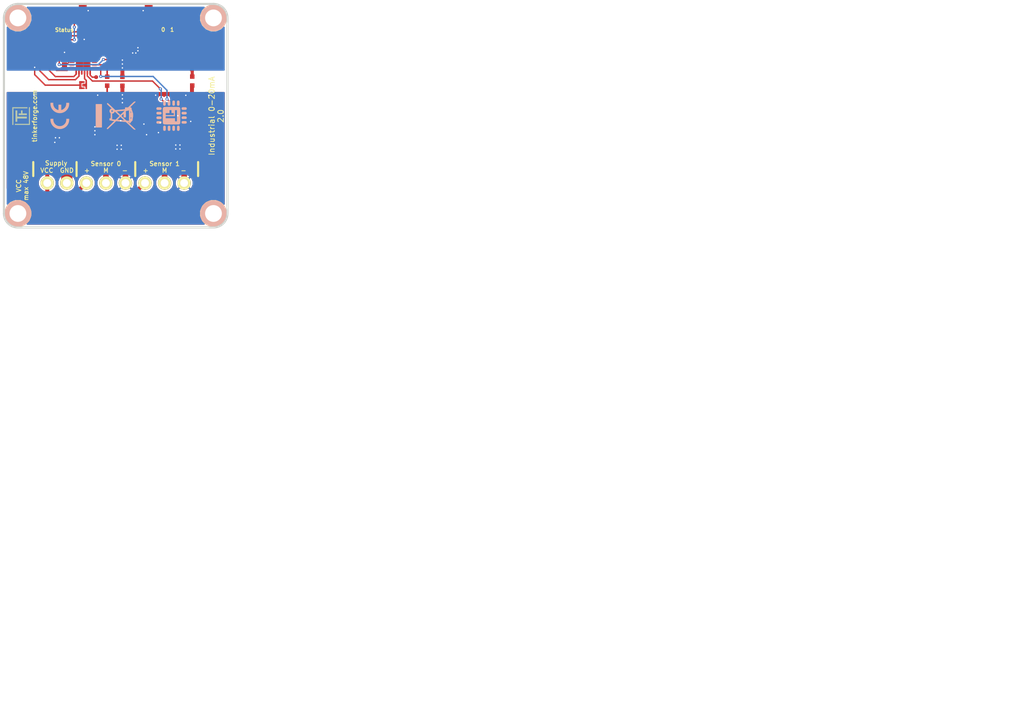
<source format=kicad_pcb>
(kicad_pcb (version 4) (host pcbnew 4.0.7-e2-6376~58~ubuntu17.04.1)
  (title_block (title "Industrial Dual 0-20mA Bricklet") (date 2018-02-22) (rev 2.0) (company "Tinkerforge GmbH") (comment 1 "Licensed under CERN OHL v.1.1") (comment 2 "Copyright (©) 2018, L.Lauer <lukas@tinkerforge.com>"))
  (layers (0 Front signal) (31 Back signal hide) (34 B.Paste user) (35 F.Paste user) (36 B.SilkS user) (37 F.SilkS user) (38 B.Mask user) (39 F.Mask user) (44 Edge.Cuts user))
  (net 0 "")
  (net 1 +3.3VP)
  (net 2 3V3)
  (net 3 AGND)
  (net 4 GND)
  (net 5 MEASURE)
  (net 6 SCL)
  (net 7 SDA)
  (net 8 "Net-(C5-Pad2)")
  (net 9 "Net-(C6-Pad2)")
  (net 10 "Net-(P1-Pad6)")
  (net 11 "Net-(D1-Pad2)")
  (net 12 "Net-(C3-Pad1)")
  (net 13 "Net-(D2-Pad2)")
  (net 14 "Net-(P1-Pad4)")
  (net 15 "Net-(P1-Pad5)")
  (net 16 "Net-(P2-Pad1)")
  (net 17 "Net-(P3-Pad2)")
  (net 18 "Net-(P4-Pad2)")
  (net 19 "Net-(P4-Pad4)")
  (net 20 "Net-(P4-Pad7)")
  (net 21 "Net-(R1-Pad2)")
  (net 22 S-MISO)
  (net 23 S-MOSI)
  (net 24 S-CLK)
  (net 25 S-CS)
  (net 26 "Net-(D3-Pad2)")
  (net 27 "Net-(RP2-Pad5)")
  (net 28 "Net-(RP2-Pad6)")
  (net 29 "Net-(RP2-Pad8)")
  (net 30 "Net-(D4-Pad2)")
  (module kicad-libraries:Logo_31x31 (layer Front) (at 99.3 59.7 90)
    (fp_text reference G*** hide)
    (fp_text value Logo_31x31 hide)
  )
  (module kicad-libraries:Fiducial_Mark (layer Front) (at 136.3 44.05)
    (fp_text reference Fiducial_Mark hide)
    (fp_text value VAL** hide)
    (pad 1 smd circle (at 0 0) (size 1.00076 1.00076) (layers Front F.Paste F.Mask) (clearance 0.65024))
  )
  (module kicad-libraries:Fiducial_Mark (layer Front) (at 99.2 72.05)
    (fp_text reference Fiducial_Mark hide)
    (fp_text value VAL** hide)
    (pad 1 smd circle (at 0 0) (size 1.00076 1.00076) (layers Front F.Paste F.Mask) (clearance 0.65024))
  )
  (module kicad-libraries:CE_5mm (layer Back) (at 107.8 58.05 90)
    (fp_text reference VAL hide)
    (fp_text value CE_5mm hide)
  )
  (module kicad-libraries:WEEE_7mm (layer Back) (at 117.8 58.05 90)
    (fp_text reference VAL hide)
    (fp_text value WEEE_7mm hide)
  )
  (module kicad-libraries:DEBUG_PAD (layer Front) (at 114.3 51.15)
    (fp_text reference P2)
    (fp_text value DEBUG)
    (pad 1 smd circle (at 0 0) (size 0.7 0.7) (layers Front F.Paste F.Mask) (net 16 "Net-(P2-Pad1)"))
  )
  (module kicad-libraries:SolderJumper (layer Front) (at 111.98 52.58)
    (fp_text reference P3)
    (fp_text value BOOT)
    (pad 2 smd rect (at 0.55 0) (size 0.3 1.4) (layers Front F.Mask) (net 17 "Net-(P3-Pad2)"))
    (pad 2 smd rect (at 0.15 0) (size 0.6 0.5) (layers Front F.Mask) (net 17 "Net-(P3-Pad2)"))
    (pad 1 smd rect (at -0.5 0) (size 0.4 1.4) (layers Front F.Mask) (net 4 GND))
    (pad 1 smd rect (at -0.225 0.55) (size 0.95 0.3) (layers Front F.Mask) (net 4 GND))
    (pad 1 smd rect (at -0.225 -0.55) (size 0.95 0.3) (layers Front F.Mask) (net 4 GND))
  )
  (module kicad-libraries:QFN24-4x4mm-0.5mm (layer Front) (at 111.98 48.2 270)
    (fp_text reference U1)
    (fp_text value XMC1XXX24)
    (pad 1 smd oval (at -2.025 -1.25 270) (size 1 0.3) (layers Front F.Paste F.Mask) (net 22 S-MISO))
    (pad 2 smd oval (at -2.025 -0.75 270) (size 1 0.3) (layers Front F.Paste F.Mask))
    (pad 3 smd oval (at -2.025 -0.25 270) (size 1 0.3) (layers Front F.Paste F.Mask))
    (pad 4 smd oval (at -2.025 0.25 270) (size 1 0.3) (layers Front F.Paste F.Mask))
    (pad 5 smd oval (at -2.025 0.75 270) (size 1 0.3) (layers Front F.Paste F.Mask))
    (pad 6 smd oval (at -2.025 1.25 270) (size 1 0.3) (layers Front F.Paste F.Mask))
    (pad 7 smd oval (at -1.25 2.025) (size 1 0.3) (layers Front F.Paste F.Mask))
    (pad 8 smd oval (at -0.75 2.025) (size 1 0.3) (layers Front F.Paste F.Mask))
    (pad 9 smd oval (at -0.25 2.025) (size 1 0.3) (layers Front F.Paste F.Mask) (net 4 GND))
    (pad 10 smd oval (at 0.25 2.025) (size 1 0.3) (layers Front F.Paste F.Mask) (net 2 3V3))
    (pad 11 smd oval (at 0.75 2.025) (size 1 0.3) (layers Front F.Paste F.Mask))
    (pad 12 smd oval (at 1.25 2.025) (size 1 0.3) (layers Front F.Paste F.Mask) (net 27 "Net-(RP2-Pad5)"))
    (pad 13 smd oval (at 2.025 1.25 270) (size 1 0.3) (layers Front F.Paste F.Mask) (net 28 "Net-(RP2-Pad6)"))
    (pad 14 smd oval (at 2.025 0.75 270) (size 1 0.3) (layers Front F.Paste F.Mask) (net 29 "Net-(RP2-Pad8)"))
    (pad 15 smd oval (at 2.025 0.25 270) (size 1 0.3) (layers Front F.Paste F.Mask))
    (pad 16 smd oval (at 2.025 -0.25 270) (size 1 0.3) (layers Front F.Paste F.Mask) (net 17 "Net-(P3-Pad2)"))
    (pad 17 smd oval (at 2.025 -0.75 270) (size 1 0.3) (layers Front F.Paste F.Mask) (net 7 SDA))
    (pad 18 smd oval (at 2.025 -1.25 270) (size 1 0.3) (layers Front F.Paste F.Mask) (net 16 "Net-(P2-Pad1)"))
    (pad 19 smd oval (at 1.25 -2.025) (size 1 0.3) (layers Front F.Paste F.Mask) (net 6 SCL))
    (pad 20 smd oval (at 0.75 -2.025) (size 1 0.3) (layers Front F.Paste F.Mask) (net 21 "Net-(R1-Pad2)"))
    (pad 21 smd oval (at 0.25 -2.025) (size 1 0.3) (layers Front F.Paste F.Mask))
    (pad 22 smd oval (at -0.25 -2.025) (size 1 0.3) (layers Front F.Paste F.Mask) (net 25 S-CS))
    (pad 23 smd oval (at -0.75 -2.025) (size 1 0.3) (layers Front F.Paste F.Mask) (net 24 S-CLK))
    (pad 24 smd oval (at -1.25 -2.025) (size 1 0.3) (layers Front F.Paste F.Mask) (net 23 S-MOSI))
    (pad EXP smd rect (at 0.65 0.65 270) (size 1.3 1.3) (layers Front F.Paste F.Mask) (net 4 GND))
    (pad EXP smd rect (at 0.65 -0.65 270) (size 1.3 1.3) (layers Front F.Paste F.Mask) (net 4 GND))
    (pad EXP smd rect (at -0.65 0.65 270) (size 1.3 1.3) (layers Front F.Paste F.Mask) (net 4 GND))
    (pad EXP smd rect (at -0.65 -0.65 270) (size 1.3 1.3) (layers Front F.Paste F.Mask) (net 4 GND))
  )
  (module kicad-libraries:Logo_CoMCU (layer Back) (at 127.8 58.05 90)
    (fp_text reference G*** hide)
    (fp_text value LOGO hide)
  )
  (module kicad-libraries:C0805 (layer Front) (at 120.1 44.6)
    (fp_text reference C1)
    (fp_text value 10uF)
    (pad 1 smd rect (at -1.00076 0) (size 1.00076 1.24968) (layers Front F.Paste F.Mask) (net 2 3V3) (clearance 0.14986))
    (pad 2 smd rect (at 1.00076 0) (size 1.00076 1.24968) (layers Front F.Paste F.Mask) (net 4 GND) (clearance 0.14986))
  )
  (module kicad-libraries:C0603 (layer Front) (at 132.25 54.475 180)
    (fp_text reference C2)
    (fp_text value 1µF)
    (pad 1 smd rect (at -0.8001 0 180) (size 0.8001 0.8001) (layers Front F.Paste F.Mask) (net 3 AGND))
    (pad 2 smd rect (at 0.8001 0 180) (size 0.8001 0.8001) (layers Front F.Paste F.Mask) (net 1 +3.3VP))
  )
  (module kicad-libraries:C0402E (layer Front) (at 113.45 44.4 180)
    (fp_text reference C3)
    (fp_text value 220pF)
    (pad 1 smd rect (at -0.65 0 180) (size 0.7 0.9) (layers Front F.Paste F.Mask) (net 12 "Net-(C3-Pad1)"))
    (pad 2 smd rect (at 0.65 0 180) (size 0.7 0.9) (layers Front F.Paste F.Mask) (net 4 GND))
  )
  (module kicad-libraries:C0603 (layer Front) (at 130.2 59.9 90)
    (fp_text reference C4)
    (fp_text value 100nF)
    (pad 1 smd rect (at -0.8001 0 90) (size 0.8001 0.8001) (layers Front F.Paste F.Mask) (net 1 +3.3VP))
    (pad 2 smd rect (at 0.8001 0 90) (size 0.8001 0.8001) (layers Front F.Paste F.Mask) (net 3 AGND))
  )
  (module kicad-libraries:C0603 (layer Front) (at 120.25 58.95)
    (fp_text reference C5)
    (fp_text value 100nF)
    (pad 1 smd rect (at -0.8001 0) (size 0.8001 0.8001) (layers Front F.Paste F.Mask) (net 3 AGND))
    (pad 2 smd rect (at 0.8001 0) (size 0.8001 0.8001) (layers Front F.Paste F.Mask) (net 8 "Net-(C5-Pad2)"))
  )
  (module kicad-libraries:C0603 (layer Front) (at 120.35 63.45 90)
    (fp_text reference C6)
    (fp_text value 100nF)
    (pad 1 smd rect (at -0.8001 0 90) (size 0.8001 0.8001) (layers Front F.Paste F.Mask) (net 3 AGND))
    (pad 2 smd rect (at 0.8001 0 90) (size 0.8001 0.8001) (layers Front F.Paste F.Mask) (net 9 "Net-(C6-Pad2)"))
  )
  (module kicad-libraries:C0603F (layer Front) (at 120.3 46.1)
    (fp_text reference C7)
    (fp_text value 1uF)
    (pad 1 smd rect (at -0.75 0) (size 0.9 0.9) (layers Front F.Paste F.Mask) (net 2 3V3))
    (pad 2 smd rect (at 0.75 0) (size 0.9 0.9) (layers Front F.Paste F.Mask) (net 4 GND))
  )
  (module kicad-libraries:C0603F (layer Front) (at 108.64 48.2 90)
    (fp_text reference C8)
    (fp_text value 100nF)
    (pad 1 smd rect (at -0.75 0 90) (size 0.9 0.9) (layers Front F.Paste F.Mask) (net 2 3V3))
    (pad 2 smd rect (at 0.75 0 90) (size 0.9 0.9) (layers Front F.Paste F.Mask) (net 4 GND))
  )
  (module kicad-libraries:MiniMelf (layer Front) (at 111.45 60.75)
    (fp_text reference D1)
    (fp_text value Z12V)
    (pad 2 smd rect (at -1.69926 0) (size 1.19888 1.6002) (layers Front F.Paste F.Mask) (net 11 "Net-(D1-Pad2)"))
    (pad 1 smd rect (at 1.69926 0) (size 1.19888 1.6002) (layers Front F.Paste F.Mask) (net 3 AGND))
  )
  (module kicad-libraries:D0603F (layer Front) (at 109.3 40.6 270)
    (fp_text reference D2)
    (fp_text value blue)
    (pad 1 smd rect (at -0.75 0 270) (size 0.9 0.9) (layers Front F.Paste F.Mask) (net 2 3V3))
    (pad 2 smd rect (at 0.75 0 270) (size 0.9 0.9) (layers Front F.Paste F.Mask) (net 13 "Net-(D2-Pad2)"))
  )
  (module kicad-libraries:D0603F (layer Front) (at 126.3 40.55 270)
    (fp_text reference D3)
    (fp_text value blue)
    (pad 1 smd rect (at -0.75 0 270) (size 0.9 0.9) (layers Front F.Paste F.Mask) (net 2 3V3))
    (pad 2 smd rect (at 0.75 0 270) (size 0.9 0.9) (layers Front F.Paste F.Mask) (net 26 "Net-(D3-Pad2)"))
  )
  (module kicad-libraries:C0603 (layer Front) (at 131.5 51.85 90)
    (fp_text reference FB1)
    (fp_text value FB)
    (pad 1 smd rect (at -0.8001 0 90) (size 0.8001 0.8001) (layers Front F.Paste F.Mask) (net 1 +3.3VP))
    (pad 2 smd rect (at 0.8001 0 90) (size 0.8001 0.8001) (layers Front F.Paste F.Mask) (net 2 3V3))
  )
  (module kicad-libraries:C0603 (layer Front) (at 119 51.9 90)
    (fp_text reference FB2)
    (fp_text value FB)
    (pad 1 smd rect (at -0.8001 0 90) (size 0.8001 0.8001) (layers Front F.Paste F.Mask) (net 3 AGND))
    (pad 2 smd rect (at 0.8001 0 90) (size 0.8001 0.8001) (layers Front F.Paste F.Mask) (net 4 GND))
  )
  (module kicad-libraries:CON-SENSOR2 (layer Front) (at 117.8 38.05 180)
    (fp_text reference P1)
    (fp_text value CON-SENSOR2)
    (pad 1 smd rect (at -3.75 -4.6 180) (size 0.6 1.8) (layers Front F.Paste F.Mask))
    (pad 2 smd rect (at -2.5 -4.6 180) (size 0.6 1.8) (layers Front F.Paste F.Mask) (net 4 GND))
    (pad EP smd rect (at -5.9 -1.2 180) (size 1.4 2.4) (layers Front F.Paste F.Mask) (net 4 GND))
    (pad EP smd rect (at 5.9 -1.2 180) (size 1.4 2.4) (layers Front F.Paste F.Mask) (net 4 GND))
    (pad 3 smd rect (at -1.25 -4.6 180) (size 0.6 1.8) (layers Front F.Paste F.Mask) (net 2 3V3))
    (pad 4 smd rect (at 0 -4.6 180) (size 0.6 1.8) (layers Front F.Paste F.Mask) (net 14 "Net-(P1-Pad4)"))
    (pad 5 smd rect (at 1.25 -4.6 180) (size 0.6 1.8) (layers Front F.Paste F.Mask) (net 15 "Net-(P1-Pad5)"))
    (pad 6 smd rect (at 2.5 -4.6 180) (size 0.6 1.8) (layers Front F.Paste F.Mask) (net 10 "Net-(P1-Pad6)"))
    (pad 7 smd rect (at 3.75 -4.6 180) (size 0.6 1.8) (layers Front F.Paste F.Mask) (net 12 "Net-(C3-Pad1)"))
  )
  (module kicad-libraries:OQ_8P (layer Front) (at 117.8 70.1)
    (fp_text reference P4)
    (fp_text value P-PWR-8GN)
    (pad 2 thru_hole circle (at -8.7503 0) (size 2.4003 2.4003) (drill 1.39954) (layers *.Cu *.Mask F.SilkS) (net 18 "Net-(P4-Pad2)"))
    (pad 3 thru_hole circle (at -5.25018 0) (size 2.4003 2.4003) (drill 1.39954) (layers *.Cu *.Mask F.SilkS) (net 5 MEASURE))
    (pad 4 thru_hole circle (at -1.75006 0) (size 2.4003 2.4003) (drill 1.39954) (layers *.Cu *.Mask F.SilkS) (net 19 "Net-(P4-Pad4)"))
    (pad 1 thru_hole circle (at -12.25042 0) (size 2.4003 2.4003) (drill 1.39954) (layers *.Cu *.Mask F.SilkS) (net 5 MEASURE))
    (pad 5 thru_hole circle (at 1.75006 0) (size 2.4003 2.4003) (drill 1.39954) (layers *.Cu *.Mask F.SilkS) (net 3 AGND))
    (pad 6 thru_hole circle (at 5.25018 0) (size 2.4003 2.4003) (drill 1.39954) (layers *.Cu *.Mask F.SilkS) (net 5 MEASURE))
    (pad 7 thru_hole circle (at 8.7503 0) (size 2.4003 2.4003) (drill 1.39954) (layers *.Cu *.Mask F.SilkS) (net 20 "Net-(P4-Pad7)"))
    (pad 8 thru_hole circle (at 12.25042 0) (size 2.4003 2.4003) (drill 1.39954) (layers *.Cu *.Mask F.SilkS) (net 3 AGND))
  )
  (module kicad-libraries:SOT23GDS (layer Front) (at 108.60024 63.84544)
    (fp_text reference Q1)
    (fp_text value FDN5630)
    (pad S smd rect (at -0.889 -1.016) (size 0.9144 0.9144) (layers Front F.Paste F.Mask) (net 3 AGND))
    (pad G smd rect (at 0.889 -1.016) (size 0.9144 0.9144) (layers Front F.Paste F.Mask) (net 11 "Net-(D1-Pad2)"))
    (pad D smd rect (at 0 1.016) (size 0.9144 0.9144) (layers Front F.Paste F.Mask) (net 18 "Net-(P4-Pad2)"))
  )
  (module kicad-libraries:R0603 (layer Front) (at 117.075 48.975 180)
    (fp_text reference R1)
    (fp_text value 1k)
    (pad 1 smd rect (at -0.8001 0 180) (size 0.8001 0.8001) (layers Front F.Paste F.Mask) (net 4 GND))
    (pad 2 smd rect (at 0.8001 0 180) (size 0.8001 0.8001) (layers Front F.Paste F.Mask) (net 21 "Net-(R1-Pad2)"))
  )
  (module kicad-libraries:R0603 (layer Front) (at 116.275 51.875 90)
    (fp_text reference R2)
    (fp_text value 6k8)
    (pad 1 smd rect (at -0.8001 0 90) (size 0.8001 0.8001) (layers Front F.Paste F.Mask) (net 5 MEASURE))
    (pad 2 smd rect (at 0.8001 0 90) (size 0.8001 0.8001) (layers Front F.Paste F.Mask) (net 21 "Net-(R1-Pad2)"))
  )
  (module kicad-libraries:R0603 (layer Front) (at 120.25122 60.39866 180)
    (fp_text reference R4)
    (fp_text value 1k)
    (pad 1 smd rect (at -0.8001 0 180) (size 0.8001 0.8001) (layers Front F.Paste F.Mask) (net 8 "Net-(C5-Pad2)"))
    (pad 2 smd rect (at 0.8001 0 180) (size 0.8001 0.8001) (layers Front F.Paste F.Mask) (net 19 "Net-(P4-Pad4)"))
  )
  (module kicad-libraries:R0603 (layer Front) (at 121.80062 63.4492 270)
    (fp_text reference R5)
    (fp_text value 1k)
    (pad 1 smd rect (at -0.8001 0 270) (size 0.8001 0.8001) (layers Front F.Paste F.Mask) (net 9 "Net-(C6-Pad2)"))
    (pad 2 smd rect (at 0.8001 0 270) (size 0.8001 0.8001) (layers Front F.Paste F.Mask) (net 20 "Net-(P4-Pad7)"))
  )
  (module kicad-libraries:R0805 (layer Front) (at 128.30048 65.0494)
    (fp_text reference R6)
    (fp_text value 91/25ppm)
    (pad 1 smd rect (at -1.00076 0) (size 1.00076 1.24968) (layers Front F.Paste F.Mask) (net 20 "Net-(P4-Pad7)") (clearance 0.14986))
    (pad 2 smd rect (at 1.00076 0) (size 1.00076 1.24968) (layers Front F.Paste F.Mask) (net 3 AGND) (clearance 0.14986))
  )
  (module kicad-libraries:R0805 (layer Front) (at 117.80012 65.0494)
    (fp_text reference R7)
    (fp_text value 91/25ppm)
    (pad 1 smd rect (at -1.00076 0) (size 1.00076 1.24968) (layers Front F.Paste F.Mask) (net 19 "Net-(P4-Pad4)") (clearance 0.14986))
    (pad 2 smd rect (at 1.00076 0) (size 1.00076 1.24968) (layers Front F.Paste F.Mask) (net 3 AGND) (clearance 0.14986))
  )
  (module kicad-libraries:R0603 (layer Front) (at 107 60.75)
    (fp_text reference R8)
    (fp_text value 100k)
    (pad 1 smd rect (at -0.8001 0) (size 0.8001 0.8001) (layers Front F.Paste F.Mask) (net 5 MEASURE))
    (pad 2 smd rect (at 0.8001 0) (size 0.8001 0.8001) (layers Front F.Paste F.Mask) (net 11 "Net-(D1-Pad2)"))
  )
  (module kicad-libraries:4X0402 (layer Front) (at 115.75 44.95 180)
    (fp_text reference RP1)
    (fp_text value 82)
    (pad 1 smd rect (at -0.7493 0.575) (size 0.29972 0.65) (layers Front F.Paste F.Mask) (net 14 "Net-(P1-Pad4)"))
    (pad 2 smd rect (at -0.24892 0.575) (size 0.29972 0.65) (layers Front F.Paste F.Mask) (net 15 "Net-(P1-Pad5)"))
    (pad 3 smd rect (at 0.24892 0.575) (size 0.29972 0.65) (layers Front F.Paste F.Mask) (net 10 "Net-(P1-Pad6)"))
    (pad 4 smd rect (at 0.7493 0.575) (size 0.29972 0.65) (layers Front F.Paste F.Mask) (net 12 "Net-(C3-Pad1)"))
    (pad 5 smd rect (at 0.7493 -0.575 180) (size 0.29972 0.65) (layers Front F.Paste F.Mask) (net 22 S-MISO))
    (pad 6 smd rect (at 0.24892 -0.575 180) (size 0.29972 0.65) (layers Front F.Paste F.Mask) (net 23 S-MOSI))
    (pad 7 smd rect (at -0.24892 -0.575 180) (size 0.29972 0.65) (layers Front F.Paste F.Mask) (net 24 S-CLK))
    (pad 8 smd rect (at -0.7493 -0.575 180) (size 0.29972 0.65) (layers Front F.Paste F.Mask) (net 25 S-CS))
  )
  (module kicad-libraries:4X0603 (layer Front) (at 105.4 47.3)
    (fp_text reference RP2)
    (fp_text value 1k)
    (pad 1 smd rect (at -1.19888 -0.8509) (size 0.44958 0.89916) (layers Front F.Paste F.Mask) (net 13 "Net-(D2-Pad2)"))
    (pad 2 smd rect (at -0.39878 -0.8509) (size 0.44958 0.89916) (layers Front F.Paste F.Mask))
    (pad 3 smd rect (at 0.39878 -0.8509) (size 0.44958 0.89916) (layers Front F.Paste F.Mask) (net 26 "Net-(D3-Pad2)"))
    (pad 4 smd rect (at 1.19888 -0.8509) (size 0.44958 0.89916) (layers Front F.Paste F.Mask) (net 30 "Net-(D4-Pad2)"))
    (pad 5 smd rect (at 1.19888 0.8509) (size 0.44958 0.89916) (layers Front F.Paste F.Mask) (net 27 "Net-(RP2-Pad5)"))
    (pad 6 smd rect (at 0.39878 0.8509) (size 0.44958 0.89916) (layers Front F.Paste F.Mask) (net 28 "Net-(RP2-Pad6)"))
    (pad 7 smd rect (at -0.39878 0.8509) (size 0.44958 0.89916) (layers Front F.Paste F.Mask))
    (pad 8 smd rect (at -1.19888 0.8509) (size 0.44958 0.89916) (layers Front F.Paste F.Mask) (net 29 "Net-(RP2-Pad8)"))
  )
  (module kicad-libraries:MSOP10-0.5 (layer Front) (at 126.45 59.825 270)
    (fp_text reference U3)
    (fp_text value MCP3423)
    (pad 1 smd rect (at -1.016 2.2225 270) (size 0.26924 1.00076) (layers Front F.Paste F.Mask) (net 8 "Net-(C5-Pad2)"))
    (pad 2 smd rect (at -0.508 2.2225 270) (size 0.26924 1.00076) (layers Front F.Paste F.Mask) (net 3 AGND))
    (pad 3 smd rect (at 0 2.2225 270) (size 0.26924 1.00076) (layers Front F.Paste F.Mask) (net 3 AGND))
    (pad 4 smd rect (at 0.508 2.2225 270) (size 0.26924 1.00076) (layers Front F.Paste F.Mask) (net 9 "Net-(C6-Pad2)"))
    (pad 5 smd rect (at 1.016 2.2225 270) (size 0.26924 1.00076) (layers Front F.Paste F.Mask) (net 3 AGND))
    (pad 6 smd rect (at 1.016 -2.2225 270) (size 0.26924 1.00076) (layers Front F.Paste F.Mask) (net 1 +3.3VP))
    (pad 7 smd rect (at 0.508 -2.2225 270) (size 0.26924 1.00076) (layers Front F.Paste F.Mask) (net 7 SDA))
    (pad 8 smd rect (at 0 -2.2225 270) (size 0.26924 1.00076) (layers Front F.Paste F.Mask) (net 6 SCL))
    (pad 9 smd rect (at -0.508 -2.2225 270) (size 0.26924 1.00076) (layers Front F.Paste F.Mask) (net 3 AGND))
    (pad 10 smd rect (at -1.016 -2.2225 270) (size 0.26924 1.00076) (layers Front F.Paste F.Mask))
  )
  (module kicad-libraries:DRILL_NP (layer Front) (at 100.3 75.55)
    (fp_text reference U4 hide)
    (fp_text value DRILL hide)
    (pad "" np_thru_hole circle (at 0 0) (size 2.99974 2.99974) (drill 2.99974) (layers *.Cu *.Mask F.SilkS) (clearance 0.89916))
  )
  (module kicad-libraries:DRILL_NP (layer Front) (at 135.3 75.55)
    (fp_text reference U5 hide)
    (fp_text value DRILL hide)
    (pad "" np_thru_hole circle (at 0 0) (size 2.99974 2.99974) (drill 2.99974) (layers *.Cu *.Mask F.SilkS) (clearance 0.89916))
  )
  (module kicad-libraries:DRILL_NP (layer Front) (at 135.3 40.55)
    (fp_text reference U6 hide)
    (fp_text value DRILL hide)
    (pad "" np_thru_hole circle (at 0 0) (size 2.99974 2.99974) (drill 2.99974) (layers *.Cu *.Mask F.SilkS) (clearance 0.89916))
  )
  (module kicad-libraries:DRILL_NP (layer Front) (at 100.3 40.55)
    (fp_text reference U7 hide)
    (fp_text value DRILL hide)
    (pad "" np_thru_hole circle (at 0 0) (size 2.99974 2.99974) (drill 2.99974) (layers *.Cu *.Mask F.SilkS) (clearance 0.89916))
  )
  (module kicad-libraries:D0603F (layer Front) (at 127.9 40.55 270)
    (fp_text reference D4)
    (fp_text value blue)
    (pad 1 smd rect (at -0.75 0 270) (size 0.9 0.9) (layers Front F.Paste F.Mask) (net 2 3V3))
    (pad 2 smd rect (at 0.75 0 270) (size 0.9 0.9) (layers Front F.Paste F.Mask) (net 30 "Net-(D4-Pad2)"))
  )
  (gr_text 1 (at 127.9 42.65) (layer F.SilkS) (effects (font (size 0.7 0.7))))
  (gr_text 0 (at 126.3 42.65) (layer F.SilkS) (effects (font (size 0.7 0.7))))
  (gr_text Status (at 108.6 42.7) (layer F.SilkS) (effects (font (size 0.7 0.7))))
  (gr_text "+    M    -" (at 126.55042 67.84848) (layer F.SilkS) (effects (font (size 0.8001 0.8001) (thickness 0.14986))))
  (gr_text "+    M    -" (at 116.05006 67.84848) (layer F.SilkS) (effects (font (size 0.8001 0.8001) (thickness 0.14986))))
  (gr_text "VCC  GND" (at 107.29976 67.84848) (layer F.SilkS) (effects (font (size 0.8001 0.8001) (thickness 0.14986))))
  (gr_text "Sensor 1" (at 126.55042 66.6496) (layer F.SilkS) (effects (font (size 0.8001 0.8001) (thickness 0.14986))))
  (gr_text "Sensor 0" (at 116.05006 66.6496) (layer F.SilkS) (effects (font (size 0.8001 0.8001) (thickness 0.14986))))
  (gr_text Supply (at 107.1499 66.548) (layer F.SilkS) (effects (font (size 0.8001 0.8001) (thickness 0.14986))))
  (gr_line (start 132.5499 68.84924) (end 132.5499 66.34988) (angle 90) (layer F.SilkS) (width 0.381))
  (gr_line (start 121.30024 68.84924) (end 121.30024 66.34988) (angle 90) (layer F.SilkS) (width 0.381))
  (gr_line (start 110.79988 68.84924) (end 110.79988 66.34988) (angle 90) (layer F.SilkS) (width 0.381))
  (gr_line (start 103.05034 68.84924) (end 103.05034 66.34988) (angle 90) (layer F.SilkS) (width 0.381))
  (gr_text "VCC\nmax 48V" (at 101.1 70.6 90) (layer F.SilkS) (effects (font (size 0.8001 0.8001) (thickness 0.14986))))
  (gr_text tinkerforge.com (at 103.3 58.1 90) (layer F.SilkS) (effects (font (size 0.8001 0.8001) (thickness 0.14986))))
  (gr_text "Industrial 0-20mA\n2.0\n" (at 135.8 58.1 90) (layer F.SilkS) (effects (font (size 1 1))))
  (gr_arc (start 100.29952 40.5511) (end 97.80016 40.5511) (angle 90) (layer Edge.Cuts) (width 0.381))
  (gr_arc (start 100.29952 75.54976) (end 100.29952 78.04912) (angle 90) (layer Edge.Cuts) (width 0.381))
  (gr_arc (start 135.29818 75.54976) (end 137.80008 75.54976) (angle 90) (layer Edge.Cuts) (width 0.381))
  (gr_arc (start 135.29818 40.5511) (end 135.29818 38.0492) (angle 90) (layer Edge.Cuts) (width 0.381))
  (gr_line (start 97.80016 40.5511) (end 97.80016 75.54976) (angle 90) (layer Edge.Cuts) (width 0.381))
  (gr_line (start 135.30072 38.0492) (end 100.29952 38.0492) (angle 90) (layer Edge.Cuts) (width 0.381))
  (gr_line (start 137.80262 75.54976) (end 137.80262 40.5511) (angle 90) (layer Edge.Cuts) (width 0.381))
  (gr_line (start 100.29952 78.04912) (end 135.30072 78.04912) (angle 90) (layer Edge.Cuts) (width 0.381))
  (segment (start 131.4499 54.475) (end 131.4499 52.6502) (width 0.70104) (layer Front) (net 1))
  (segment (start 128.6725 60.841) (end 130.0591 60.841) (width 0.29972) (layer Front) (net 1))
  (segment (start 130.2 60.7001) (end 131.3749 60.7001) (width 0.29972) (layer Front) (net 1))
  (segment (start 130.0591 60.841) (end 130.2 60.7001) (width 0.29972) (layer Front) (net 1))
  (segment (start 131.3749 60.7001) (end 132.025 60.05) (width 0.29972) (layer Front) (net 1))
  (segment (start 132.025 60.05) (end 132.025 56.25) (width 0.29972) (layer Front) (net 1))
  (segment (start 132.025 56.25) (end 131.475 55.7) (width 0.29972) (layer Front) (net 1))
  (segment (start 131.4499 52.6502) (end 131.475 52.6251) (width 0.70104) (layer Front) (net 1))
  (segment (start 131.475 55.7) (end 131.475 52.6251) (width 0.29972) (layer Front) (net 1))
  (segment (start 107.7 46.3) (end 109.55 44.45) (width 0.25) (layer Front) (net 2))
  (segment (start 110.4 44.45) (end 110.4 42.2) (width 0.25) (layer Back) (net 2))
  (via (at 110.4 44.45) (size 0.55) (drill 0.25) (layers Front Back) (net 2))
  (segment (start 109.55 44.45) (end 110.4 44.45) (width 0.25) (layer Front) (net 2))
  (segment (start 126.3 39.8) (end 127.9 39.8) (width 0.25) (layer Front) (net 2))
  (segment (start 130.5 41.55) (end 128.75 39.8) (width 0.25) (layer Front) (net 2))
  (segment (start 128.75 39.8) (end 127.9 39.8) (width 0.25) (layer Front) (net 2))
  (segment (start 129.09 47.62) (end 130.5 46.21) (width 0.25) (layer Front) (net 2))
  (segment (start 130.5 46.21) (end 130.5 41.55) (width 0.25) (layer Front) (net 2))
  (segment (start 109.3 39.85) (end 110.25 39.85) (width 0.25) (layer Front) (net 2))
  (segment (start 107.7 46.3) (end 107.7 48.9) (width 0.25) (layer Front) (net 2))
  (via (at 110.4 42.2) (size 0.55) (drill 0.25) (layers Front Back) (net 2))
  (segment (start 110.4 40) (end 110.4 42.2) (width 0.25) (layer Front) (net 2))
  (segment (start 110.25 39.85) (end 110.4 40) (width 0.25) (layer Front) (net 2))
  (segment (start 119.55 46.1) (end 118.5 46.1) (width 0.25) (layer Front) (net 2))
  (segment (start 107.75 48.95) (end 108.64 48.95) (width 0.25) (layer Front) (net 2))
  (segment (start 107.7 48.9) (end 107.75 48.95) (width 0.25) (layer Front) (net 2))
  (via (at 107.7 48.9) (size 0.55) (drill 0.25) (layers Front Back) (net 2))
  (segment (start 114.7 48.9) (end 107.7 48.9) (width 0.25) (layer Back) (net 2))
  (segment (start 115.6 48) (end 114.7 48.9) (width 0.25) (layer Back) (net 2))
  (via (at 115.6 48) (size 0.55) (drill 0.25) (layers Front Back) (net 2))
  (segment (start 116.6 48) (end 115.6 48) (width 0.25) (layer Front) (net 2))
  (segment (start 118.5 46.1) (end 116.6 48) (width 0.25) (layer Front) (net 2))
  (segment (start 131.5 51.0499) (end 131.5 50.03) (width 0.55) (layer Front) (net 2))
  (segment (start 119.55 47.03) (end 119.55 46.1) (width 0.55) (layer Front) (net 2))
  (segment (start 120.14 47.62) (end 119.55 47.03) (width 0.55) (layer Front) (net 2))
  (segment (start 129.09 47.62) (end 126.28 47.62) (width 0.55) (layer Front) (net 2))
  (segment (start 126.28 47.62) (end 120.14 47.62) (width 0.55) (layer Front) (net 2))
  (segment (start 131.5 50.03) (end 129.09 47.62) (width 0.55) (layer Front) (net 2))
  (segment (start 109.955 48.45) (end 109.45 48.45) (width 0.2) (layer Front) (net 2))
  (segment (start 109.45 48.45) (end 108.95 48.95) (width 0.2) (layer Front) (net 2))
  (segment (start 108.95 48.95) (end 108.64 48.95) (width 0.2) (layer Front) (net 2))
  (segment (start 119.09924 44.6) (end 119.09924 45.04924) (width 0.5) (layer Front) (net 2))
  (segment (start 119.09924 45.04924) (end 119.55 45.5) (width 0.5) (layer Front) (net 2))
  (segment (start 119.55 45.5) (end 119.55 46.1) (width 0.5) (layer Front) (net 2))
  (segment (start 119.05 42.65) (end 119.05 44.55076) (width 0.5) (layer Front) (net 2))
  (segment (start 119.05 44.55076) (end 119.09924 44.6) (width 0.5) (layer Front) (net 2))
  (segment (start 128.925 58.05) (end 130.8 58.05) (width 0.14986) (layer Front) (net 3))
  (segment (start 131.2001 59.0999) (end 131.225 59.075) (width 0.29972) (layer Front) (net 3))
  (via (at 131.225 59.075) (size 0.70104) (layers Front Back) (net 3))
  (segment (start 131.2001 59.0999) (end 130.2 59.0999) (width 0.29972) (layer Front) (net 3))
  (segment (start 131.225 58.475) (end 131.225 59.075) (width 0.14986) (layer Front) (net 3))
  (segment (start 130.8 58.05) (end 131.225 58.475) (width 0.14986) (layer Front) (net 3))
  (segment (start 128.6725 58.3025) (end 128.925 58.05) (width 0.29972) (layer Front) (net 3))
  (via (at 128.925 58.05) (size 0.70104) (layers Front Back) (net 3))
  (segment (start 119.4499 58.95) (end 118.7 58.95) (width 0.70104) (layer Front) (net 3))
  (segment (start 118.8 63.35) (end 118.8 59.05) (width 0.50038) (layer Back) (net 3))
  (via (at 118.8 63.35) (size 0.70104) (layers Front Back) (net 3))
  (segment (start 118.8 59.05) (end 118.7 58.95) (width 0.50038) (layer Back) (net 3))
  (segment (start 118.7 58.95) (end 115.175 58.95) (width 0.29972) (layer Back) (net 3))
  (segment (start 123.325 61.45) (end 121.2 61.45) (width 0.29972) (layer Back) (net 3))
  (segment (start 121.2 61.45) (end 118.7 58.95) (width 0.29972) (layer Back) (net 3))
  (via (at 123.325 61.45) (size 0.70104) (layers Front Back) (net 3))
  (via (at 118.7 58.95) (size 0.70104) (layers Front Back) (net 3))
  (via (at 114.075 60.05) (size 0.70104) (layers Front Back) (net 3))
  (segment (start 115.175 58.95) (end 114.075 60.05) (width 0.29972) (layer Back) (net 3))
  (segment (start 114.075 60.05) (end 114.075 60.75) (width 0.70104) (layer Front) (net 3))
  (segment (start 134.45 54.4) (end 133.1251 54.4) (width 0.70104) (layer Front) (net 3))
  (via (at 134.45 54.4) (size 0.70104) (layers Front Back) (net 3))
  (segment (start 130.35 54.4) (end 134.45 54.4) (width 0.29972) (layer Back) (net 3))
  (segment (start 133.1251 54.4) (end 133.0501 54.475) (width 0.70104) (layer Front) (net 3))
  (segment (start 122.85 59.55) (end 127.425 59.55) (width 0.50038) (layer Back) (net 3))
  (segment (start 123.083 59.317) (end 122.85 59.55) (width 0.29972) (layer Front) (net 3))
  (via (at 122.85 59.55) (size 0.70104) (layers Front Back) (net 3))
  (segment (start 124.2275 59.317) (end 123.083 59.317) (width 0.29972) (layer Front) (net 3))
  (segment (start 127.425 59.55) (end 128.925 58.05) (width 0.50038) (layer Back) (net 3))
  (segment (start 118.80088 63.35088) (end 118.8 63.35) (width 0.70104) (layer Front) (net 3))
  (segment (start 118.80088 64.04864) (end 118.80088 63.35088) (width 0.70104) (layer Front) (net 3))
  (segment (start 106.9 62.825) (end 112.7 62.825) (width 0.50038) (layer Back) (net 3))
  (via (at 114.075 61.45) (size 0.70104) (layers Front Back) (net 3))
  (segment (start 114.075 60.75) (end 114.075 61.45) (width 0.70104) (layer Front) (net 3))
  (via (at 114.075 60.75) (size 0.70104) (layers Front Back) (net 3))
  (segment (start 106.90444 62.82944) (end 106.9 62.825) (width 0.70104) (layer Front) (net 3))
  (via (at 106.9 62.825) (size 0.70104) (layers Front Back) (net 3))
  (segment (start 106.90444 62.82944) (end 107.71124 62.82944) (width 0.70104) (layer Front) (net 3))
  (segment (start 112.7 62.825) (end 114.075 61.45) (width 0.50038) (layer Back) (net 3))
  (segment (start 107.025 62) (end 107.725 62) (width 0.70104) (layer Front) (net 3))
  (via (at 107.025 62) (size 0.70104) (layers Front Back) (net 3))
  (segment (start 107.71124 62.01376) (end 107.71124 62.82944) (width 0.70104) (layer Front) (net 3))
  (via (at 107.725 62) (size 0.70104) (layers Front Back) (net 3))
  (segment (start 107.71124 62.01376) (end 107.725 62) (width 0.70104) (layer Front) (net 3))
  (segment (start 130.35 54.4) (end 130.35 56.625) (width 0.29972) (layer Back) (net 3))
  (segment (start 130.35 56.625) (end 128.925 58.05) (width 0.29972) (layer Back) (net 3))
  (segment (start 128.55 63.3) (end 128.55 58.425) (width 0.29972) (layer Back) (net 3))
  (segment (start 128.5494 63.3006) (end 128.55 63.3) (width 0.70104) (layer Front) (net 3))
  (via (at 128.55 63.3) (size 0.70104) (layers Front Back) (net 3))
  (via (at 128.5494 64.00038) (size 0.70104) (layers Front Back) (net 3))
  (segment (start 128.5494 64.00038) (end 129.30124 64.00038) (width 0.70104) (layer Front) (net 3))
  (segment (start 128.5494 64.00038) (end 128.5494 63.3006) (width 0.70104) (layer Front) (net 3))
  (segment (start 128.55 58.425) (end 128.925 58.05) (width 0.29972) (layer Back) (net 3))
  (segment (start 124.2275 60.841) (end 123.934 60.841) (width 0.29972) (layer Front) (net 3))
  (segment (start 123.934 60.841) (end 123.325 61.45) (width 0.29972) (layer Front) (net 3))
  (segment (start 130.325 54.375) (end 130.35 54.4) (width 0.29972) (layer Front) (net 3))
  (via (at 130.35 54.4) (size 0.70104) (layers Front Back) (net 3))
  (segment (start 124.9 54.325) (end 119 54.325) (width 0.29972) (layer Front) (net 3))
  (via (at 124.95 54.375) (size 0.70104) (layers Front Back) (net 3))
  (segment (start 124.9 54.325) (end 124.95 54.375) (width 0.29972) (layer Front) (net 3))
  (segment (start 124.95 54.375) (end 130.325 54.375) (width 0.29972) (layer Front) (net 3))
  (segment (start 114.575 54.375) (end 103.2 54.375) (width 0.29972) (layer Back) (net 3))
  (segment (start 114.625 54.325) (end 114.575 54.375) (width 0.29972) (layer Back) (net 3))
  (via (at 114.575 54.375) (size 0.70104) (layers Front Back) (net 3))
  (via (at 119 54.325) (size 0.70104) (layers Front Back) (net 3))
  (segment (start 119 54.325) (end 114.625 54.325) (width 0.29972) (layer Back) (net 3))
  (via (at 103.175 54.4) (size 0.70104) (layers Front Back) (net 3))
  (segment (start 103.2 54.375) (end 103.175 54.4) (width 0.29972) (layer Back) (net 3))
  (segment (start 129.30124 64.00038) (end 129.30124 63.30124) (width 0.70104) (layer Front) (net 3))
  (segment (start 129.30124 63.30124) (end 129.3 63.3) (width 0.70104) (layer Front) (net 3))
  (via (at 129.3 63.3) (size 0.70104) (layers Front Back) (net 3))
  (segment (start 129.30124 65.0494) (end 129.30124 64.00038) (width 0.70104) (layer Front) (net 3))
  (via (at 129.30124 64.00038) (size 0.70104) (layers Front Back) (net 3))
  (segment (start 129.30124 64.00038) (end 129.30086 64) (width 0.70104) (layer Back) (net 3))
  (segment (start 129.30086 64) (end 129.3 64) (width 0.70104) (layer Back) (net 3))
  (segment (start 118.04904 64.04864) (end 118.04904 63.35096) (width 0.70104) (layer Front) (net 3))
  (segment (start 118.80088 64.04864) (end 118.04904 64.04864) (width 0.70104) (layer Front) (net 3))
  (via (at 118.04904 64.04864) (size 0.70104) (layers Front Back) (net 3))
  (via (at 118.05 63.35) (size 0.70104) (layers Front Back) (net 3))
  (segment (start 118.04904 63.35096) (end 118.05 63.35) (width 0.70104) (layer Front) (net 3))
  (segment (start 118.80088 65.0494) (end 118.80088 64.04864) (width 0.70104) (layer Front) (net 3))
  (via (at 118.80088 64.04864) (size 0.70104) (layers Front Back) (net 3))
  (segment (start 118.8 64.04952) (end 118.8 64.05) (width 0.70104) (layer Back) (net 3))
  (segment (start 118.80088 64.04864) (end 118.8 64.04952) (width 0.70104) (layer Back) (net 3))
  (segment (start 119 55.725) (end 119 55.025) (width 0.70104) (layer Front) (net 3))
  (via (at 119 55.025) (size 0.70104) (layers Front Back) (net 3))
  (segment (start 119 55.025) (end 119 54.325) (width 0.70104) (layer Front) (net 3))
  (via (at 119 55.725) (size 0.70104) (layers Front Back) (net 3))
  (segment (start 124.2275 59.825) (end 124.2275 59.317) (width 0.29972) (layer Front) (net 3))
  (segment (start 124.2275 60.841) (end 125.216 60.841) (width 0.29972) (layer Front) (net 3))
  (via (at 125.45 61.075) (size 0.70104) (layers Front Back) (net 3))
  (segment (start 125.216 60.841) (end 125.45 61.075) (width 0.29972) (layer Front) (net 3))
  (segment (start 124.2275 59.317) (end 125.767 59.317) (width 0.29972) (layer Front) (net 3))
  (via (at 125.775 59.325) (size 0.70104) (layers Front Back) (net 3))
  (segment (start 125.767 59.317) (end 125.775 59.325) (width 0.29972) (layer Front) (net 3))
  (segment (start 128.6725 59.317) (end 129.9829 59.317) (width 0.29972) (layer Front) (net 3))
  (segment (start 120.35028 64.2493) (end 119.60098 64.2493) (width 0.70104) (layer Front) (net 3))
  (segment (start 130.05054 70.05066) (end 130.05054 65.7987) (width 1.00076) (layer Front) (net 3))
  (segment (start 119.55018 70.05066) (end 119.55018 65.7987) (width 1.00076) (layer Front) (net 3))
  (segment (start 130.05054 65.7987) (end 129.30124 65.0494) (width 1.00076) (layer Front) (net 3))
  (segment (start 119.55018 65.7987) (end 118.80088 65.0494) (width 1.00076) (layer Front) (net 3))
  (segment (start 119.60098 64.2493) (end 118.80088 65.0494) (width 0.70104) (layer Front) (net 3))
  (segment (start 129.9829 59.317) (end 130.2 59.0999) (width 0.29972) (layer Front) (net 3))
  (segment (start 119 54.325) (end 119 52.6751) (width 0.70104) (layer Front) (net 3))
  (segment (start 114.075 60.75) (end 113.12426 60.75) (width 0.70104) (layer Front) (net 3))
  (segment (start 111.48 52.58) (end 105.18 52.58) (width 0.25) (layer Front) (net 4))
  (via (at 103.3 49.4) (size 0.55) (drill 0.25) (layers Front Back) (net 4))
  (segment (start 103.3 50.7) (end 103.3 49.4) (width 0.25) (layer Front) (net 4))
  (segment (start 105.18 52.58) (end 103.3 50.7) (width 0.25) (layer Front) (net 4))
  (segment (start 111.48 52.58) (end 111.48 52.16) (width 0.25) (layer Front) (net 4))
  (segment (start 111.48 52.16) (end 111.6 52.04) (width 0.25) (layer Front) (net 4))
  (segment (start 111.6 52.04) (end 111.93 52.04) (width 0.25) (layer Front) (net 4))
  (segment (start 111.93 52.04) (end 111.755 52.03) (width 0.25) (layer Front) (net 4))
  (segment (start 111.755 53.13) (end 111.62 53.13) (width 0.25) (layer Front) (net 4))
  (segment (start 111.62 53.13) (end 111.48 52.99) (width 0.25) (layer Front) (net 4))
  (segment (start 111.48 52.99) (end 111.48 52.53) (width 0.25) (layer Front) (net 4))
  (segment (start 111.48 52.53) (end 111.48 52.58) (width 0.25) (layer Front) (net 4))
  (segment (start 108.64 47.45) (end 108.64 46.72) (width 0.55) (layer Front) (net 4))
  (via (at 108.64 46.72) (size 0.55) (drill 0.25) (layers Front Back) (net 4))
  (segment (start 112.8 44.4) (end 112.17 44.4) (width 0.55) (layer Front) (net 4))
  (via (at 112.17 44.4) (size 0.55) (drill 0.25) (layers Front Back) (net 4))
  (segment (start 111.9 39.25) (end 112.88 39.25) (width 0.55) (layer Front) (net 4))
  (via (at 112.88 39.25) (size 0.55) (drill 0.25) (layers Front Back) (net 4))
  (segment (start 123.7 39.25) (end 122.72 39.25) (width 0.55) (layer Front) (net 4))
  (via (at 122.72 39.25) (size 0.55) (drill 0.25) (layers Front Back) (net 4))
  (segment (start 109.955 47.95) (end 109.42 47.95) (width 0.2) (layer Front) (net 4))
  (segment (start 109.42 47.95) (end 108.92 47.45) (width 0.2) (layer Front) (net 4))
  (segment (start 108.92 47.45) (end 108.64 47.45) (width 0.2) (layer Front) (net 4))
  (segment (start 111.33 47.55) (end 111.33 48.85) (width 0.2) (layer Front) (net 4))
  (segment (start 111.33 47.55) (end 112.63 47.55) (width 0.2) (layer Front) (net 4))
  (segment (start 112.63 47.55) (end 112.63 48.85) (width 0.2) (layer Front) (net 4))
  (segment (start 112.63 48.85) (end 111.33 48.85) (width 0.2) (layer Front) (net 4))
  (segment (start 109.955 47.95) (end 110.93 47.95) (width 0.2) (layer Front) (net 4))
  (segment (start 110.93 47.95) (end 111.33 47.55) (width 0.2) (layer Front) (net 4))
  (via (at 121.78 45.88) (size 0.55) (drill 0.25) (layers Front Back) (net 4))
  (segment (start 120.84 46.83) (end 120.84 46.31) (width 0.55) (layer Front) (net 4))
  (via (at 120.84 46.83) (size 0.55) (drill 0.25) (layers Front Back) (net 4))
  (segment (start 120.84 46.31) (end 121.05 46.1) (width 0.55) (layer Front) (net 4))
  (segment (start 121.78 46.43) (end 121.78 45.88) (width 0.55) (layer Front) (net 4))
  (segment (start 121.56 46.1) (end 121.78 45.88) (width 0.55) (layer Front) (net 4))
  (segment (start 121.56 46.1) (end 121.05 46.1) (width 0.55) (layer Front) (net 4))
  (via (at 121.78 46.43) (size 0.55) (drill 0.25) (layers Front Back) (net 4))
  (segment (start 121.4 46.83) (end 121.4 46.81) (width 0.55) (layer Front) (net 4))
  (segment (start 121.78 46.43) (end 121.45 46.1) (width 0.55) (layer Front) (net 4))
  (via (at 121.4 46.83) (size 0.55) (drill 0.25) (layers Front Back) (net 4))
  (segment (start 121.05 46.62) (end 121.05 46.1) (width 0.55) (layer Front) (net 4))
  (segment (start 121.05 46.62) (end 120.84 46.83) (width 0.55) (layer Front) (net 4))
  (segment (start 120.84 46.83) (end 121.4 46.83) (width 0.55) (layer Front) (net 4))
  (segment (start 121.4 46.81) (end 121.78 46.43) (width 0.55) (layer Front) (net 4))
  (segment (start 121.05 46.48) (end 121.4 46.83) (width 0.55) (layer Front) (net 4))
  (segment (start 121.05 46.1) (end 121.45 46.1) (width 0.55) (layer Front) (net 4))
  (segment (start 121.10076 44.6) (end 121.10076 46.04924) (width 0.5) (layer Front) (net 4))
  (segment (start 121.10076 46.04924) (end 121.05 46.1) (width 0.5) (layer Front) (net 4))
  (segment (start 120.3 42.65) (end 120.3 44.3) (width 0.5) (layer Front) (net 4))
  (segment (start 120.6 44.6) (end 121.10076 44.6) (width 0.5) (layer Front) (net 4))
  (segment (start 120.3 44.3) (end 120.6 44.6) (width 0.5) (layer Front) (net 4))
  (segment (start 119 49.5) (end 119 51.0749) (width 0.70104) (layer Front) (net 4))
  (via (at 119 49.5) (size 0.70104) (layers Front Back) (net 4))
  (segment (start 119 48.8) (end 119 49.5) (width 0.70104) (layer Front) (net 4))
  (via (at 119 48.8) (size 0.70104) (layers Front Back) (net 4))
  (segment (start 119 48.1) (end 119 48.8) (width 0.70104) (layer Front) (net 4))
  (via (at 119 48.1) (size 0.70104) (layers Front Back) (net 4))
  (segment (start 119 48.8) (end 118.0501 48.8) (width 0.29972) (layer Front) (net 4))
  (segment (start 118.0501 48.8) (end 117.8751 48.975) (width 0.29972) (layer Front) (net 4))
  (segment (start 105.5497 70.05066) (end 105.5497 61.4002) (width 0.70104) (layer Front) (net 5))
  (segment (start 105.5497 61.4002) (end 106.1999 60.75) (width 0.70104) (layer Front) (net 5))
  (segment (start 110.1006 72.5) (end 120.60096 72.5) (width 0.70104) (layer Front) (net 5))
  (segment (start 120.60096 72.5) (end 123.0503 70.05066) (width 0.70104) (layer Front) (net 5))
  (segment (start 105.5497 70.05066) (end 105.5497 71.5997) (width 0.70104) (layer Front) (net 5))
  (segment (start 110.1006 72.5) (end 112.54994 70.05066) (width 0.70104) (layer Front) (net 5))
  (segment (start 106.45 72.5) (end 110.1006 72.5) (width 0.70104) (layer Front) (net 5))
  (segment (start 105.5497 71.5997) (end 106.45 72.5) (width 0.70104) (layer Front) (net 5))
  (segment (start 106.1999 58.6501) (end 106.1999 60.75) (width 0.29972) (layer Front) (net 5))
  (segment (start 116.275 52.6751) (end 116.275 54.925) (width 0.29972) (layer Front) (net 5))
  (segment (start 116.275 54.925) (end 115 56.2) (width 0.29972) (layer Front) (net 5))
  (segment (start 115 56.2) (end 108.65 56.2) (width 0.29972) (layer Front) (net 5))
  (segment (start 108.65 56.2) (end 106.1999 58.6501) (width 0.29972) (layer Front) (net 5))
  (segment (start 114.005 49.45) (end 114.65 49.45) (width 0.25) (layer Front) (net 6))
  (segment (start 127.855 59.825) (end 128.6725 59.825) (width 0.25) (layer Front) (net 6))
  (segment (start 127.46 59.43) (end 127.855 59.825) (width 0.25) (layer Front) (net 6))
  (segment (start 127.46 55.55) (end 127.46 59.43) (width 0.25) (layer Front) (net 6))
  (segment (start 126.98 55.07) (end 127.46 55.55) (width 0.25) (layer Front) (net 6))
  (via (at 126.98 55.07) (size 0.55) (drill 0.25) (layers Front Back) (net 6))
  (segment (start 126.98 53.51) (end 126.98 55.07) (width 0.25) (layer Back) (net 6))
  (segment (start 124.5 51.03) (end 126.98 53.51) (width 0.25) (layer Back) (net 6))
  (segment (start 115.12 51.03) (end 124.5 51.03) (width 0.25) (layer Back) (net 6))
  (via (at 115.12 51.03) (size 0.55) (drill 0.25) (layers Front Back) (net 6))
  (segment (start 115.12 49.92) (end 115.12 51.03) (width 0.25) (layer Front) (net 6))
  (segment (start 114.65 49.45) (end 115.12 49.92) (width 0.25) (layer Front) (net 6))
  (segment (start 112.73 50.225) (end 112.73 50.94) (width 0.25) (layer Front) (net 7))
  (segment (start 127.423 60.333) (end 128.6725 60.333) (width 0.25) (layer Front) (net 7))
  (segment (start 126.62 59.53) (end 127.423 60.333) (width 0.25) (layer Front) (net 7))
  (segment (start 126.62 55.75) (end 126.62 59.53) (width 0.25) (layer Front) (net 7))
  (segment (start 125.94 55.07) (end 126.62 55.75) (width 0.25) (layer Front) (net 7))
  (via (at 125.94 55.07) (size 0.55) (drill 0.25) (layers Front Back) (net 7))
  (segment (start 125.94 53.4) (end 125.94 55.07) (width 0.25) (layer Back) (net 7))
  (segment (start 125.79 53.25) (end 125.94 53.4) (width 0.25) (layer Back) (net 7))
  (via (at 125.79 53.25) (size 0.55) (drill 0.25) (layers Front Back) (net 7))
  (segment (start 124.39 51.85) (end 125.79 53.25) (width 0.25) (layer Front) (net 7))
  (segment (start 113.64 51.85) (end 124.39 51.85) (width 0.25) (layer Front) (net 7))
  (segment (start 112.73 50.94) (end 113.64 51.85) (width 0.25) (layer Front) (net 7))
  (segment (start 124.2275 58.809) (end 121.1911 58.809) (width 0.29972) (layer Front) (net 8))
  (segment (start 121.1911 58.809) (end 121.0501 58.95) (width 0.29972) (layer Front) (net 8))
  (segment (start 121.05132 60.39866) (end 121.05132 58.94832) (width 0.70104) (layer Front) (net 8))
  (segment (start 121.80062 62.6491) (end 120.35028 62.6491) (width 0.70104) (layer Front) (net 9))
  (segment (start 124.2275 60.333) (end 123.317 60.333) (width 0.29972) (layer Front) (net 9))
  (segment (start 121.80062 61.84938) (end 121.80062 62.6491) (width 0.29972) (layer Front) (net 9))
  (segment (start 123.317 60.333) (end 121.80062 61.84938) (width 0.29972) (layer Front) (net 9))
  (segment (start 115.3 42.65) (end 115.3 43.65) (width 0.2) (layer Front) (net 10))
  (segment (start 115.50108 43.85108) (end 115.50108 44.375) (width 0.2) (layer Front) (net 10))
  (segment (start 115.3 43.65) (end 115.50108 43.85108) (width 0.2) (layer Front) (net 10))
  (segment (start 109.48924 60.9865) (end 109.72574 60.75) (width 0.70104) (layer Front) (net 11))
  (segment (start 109.48924 62.82944) (end 109.48924 60.9865) (width 0.70104) (layer Front) (net 11))
  (segment (start 107.8001 60.75) (end 109.72574 60.75) (width 0.70104) (layer Front) (net 11))
  (segment (start 114.1 44.4) (end 114.9757 44.4) (width 0.2) (layer Front) (net 12))
  (segment (start 114.9757 44.4) (end 115.0007 44.375) (width 0.2) (layer Front) (net 12))
  (segment (start 114.05 42.65) (end 114.05 44.35) (width 0.2) (layer Front) (net 12))
  (segment (start 114.05 44.35) (end 114.1 44.4) (width 0.2) (layer Front) (net 12))
  (segment (start 104.20112 46.4491) (end 104.20112 45.59888) (width 0.25) (layer Front) (net 13))
  (segment (start 109.3 41.9) (end 109.3 41.35) (width 0.25) (layer Front) (net 13))
  (segment (start 108.9 42.3) (end 109.3 41.9) (width 0.25) (layer Front) (net 13))
  (segment (start 107.5 42.3) (end 108.9 42.3) (width 0.25) (layer Front) (net 13))
  (segment (start 104.20112 45.59888) (end 107.5 42.3) (width 0.25) (layer Front) (net 13))
  (segment (start 116.4993 44.375) (end 116.4993 44.04548) (width 0.2) (layer Front) (net 14))
  (segment (start 117.8 43.6) (end 117.8 42.65) (width 0.2) (layer Front) (net 14))
  (segment (start 117.55 43.85) (end 117.8 43.6) (width 0.2) (layer Front) (net 14))
  (segment (start 116.69478 43.85) (end 117.55 43.85) (width 0.2) (layer Front) (net 14))
  (segment (start 116.4993 44.04548) (end 116.69478 43.85) (width 0.2) (layer Front) (net 14))
  (segment (start 116.55 42.65) (end 116.55 43.5) (width 0.2) (layer Front) (net 15))
  (segment (start 116.55 43.5) (end 116.3 43.75) (width 0.2) (layer Front) (net 15))
  (segment (start 116.3 43.75) (end 116.15 43.75) (width 0.2) (layer Front) (net 15))
  (segment (start 116.15 43.75) (end 115.99892 43.90108) (width 0.2) (layer Front) (net 15))
  (segment (start 115.99892 43.90108) (end 115.99892 44.375) (width 0.2) (layer Front) (net 15))
  (segment (start 113.23 50.225) (end 113.23 50.78) (width 0.25) (layer Front) (net 16))
  (segment (start 113.6 51.15) (end 114.3 51.15) (width 0.25) (layer Front) (net 16))
  (segment (start 113.23 50.78) (end 113.6 51.15) (width 0.25) (layer Front) (net 16))
  (segment (start 112.53 52.58) (end 112.53 51.73) (width 0.25) (layer Front) (net 17))
  (segment (start 112.23 51.43) (end 112.23 50.225) (width 0.25) (layer Front) (net 17))
  (segment (start 112.53 51.73) (end 112.23 51.43) (width 0.25) (layer Front) (net 17))
  (segment (start 112.13 52.58) (end 112.53 52.58) (width 0.25) (layer Front) (net 17))
  (segment (start 109.04982 65.31102) (end 108.60024 64.86144) (width 1.99898) (layer Front) (net 18))
  (segment (start 109.04982 70.05066) (end 109.04982 65.31102) (width 1.99898) (layer Front) (net 18))
  (segment (start 118.60022 60.39866) (end 116.79936 62.19952) (width 0.70104) (layer Front) (net 19))
  (segment (start 116.05006 65.7987) (end 116.79936 65.0494) (width 1.00076) (layer Front) (net 19))
  (segment (start 116.79936 62.19952) (end 116.79936 65.0494) (width 0.70104) (layer Front) (net 19))
  (segment (start 119.45112 60.39866) (end 118.60022 60.39866) (width 0.70104) (layer Front) (net 19))
  (segment (start 116.05006 70.05066) (end 116.05006 65.7987) (width 1.00076) (layer Front) (net 19))
  (segment (start 126.55042 70.05066) (end 126.55042 65.7987) (width 1.00076) (layer Front) (net 20))
  (segment (start 122.60072 65.0494) (end 121.80062 64.2493) (width 0.70104) (layer Front) (net 20))
  (segment (start 127.29972 65.0494) (end 122.60072 65.0494) (width 0.70104) (layer Front) (net 20))
  (segment (start 126.55042 65.7987) (end 127.29972 65.0494) (width 1.00076) (layer Front) (net 20))
  (segment (start 114.005 48.95) (end 116.2499 48.95) (width 0.25) (layer Front) (net 21))
  (segment (start 116.2499 48.95) (end 116.2749 48.975) (width 0.25) (layer Front) (net 21))
  (segment (start 116.275 51.0749) (end 116.275 48.9751) (width 0.29972) (layer Front) (net 21))
  (segment (start 116.275 48.9751) (end 116.2749 48.975) (width 0.29972) (layer Front) (net 21))
  (segment (start 115.0007 45.525) (end 113.35 45.525) (width 0.2) (layer Front) (net 22))
  (segment (start 113.23 45.645) (end 113.23 46.175) (width 0.2) (layer Front) (net 22))
  (segment (start 113.35 45.525) (end 113.23 45.645) (width 0.2) (layer Front) (net 22))
  (segment (start 115.50108 45.525) (end 115.50108 46.06892) (width 0.2) (layer Front) (net 23))
  (segment (start 114.62 46.95) (end 114.005 46.95) (width 0.2) (layer Front) (net 23))
  (segment (start 115.50108 46.06892) (end 114.62 46.95) (width 0.2) (layer Front) (net 23))
  (segment (start 115.99892 45.525) (end 115.99892 46.14108) (width 0.2) (layer Front) (net 24))
  (segment (start 114.69 47.45) (end 114.005 47.45) (width 0.2) (layer Front) (net 24))
  (segment (start 115.99892 46.14108) (end 114.69 47.45) (width 0.2) (layer Front) (net 24))
  (segment (start 116.4993 45.525) (end 116.4993 46.1507) (width 0.2) (layer Front) (net 25))
  (segment (start 114.7 47.95) (end 114.005 47.95) (width 0.2) (layer Front) (net 25))
  (segment (start 116.4993 46.1507) (end 114.7 47.95) (width 0.2) (layer Front) (net 25))
  (segment (start 105.79878 46.4491) (end 105.79878 45.75122) (width 0.25) (layer Front) (net 26))
  (segment (start 123.25 41.3) (end 126.3 41.3) (width 0.25) (layer Front) (net 26))
  (segment (start 122.5 40.55) (end 123.25 41.3) (width 0.25) (layer Front) (net 26))
  (segment (start 113.3 40.55) (end 122.5 40.55) (width 0.25) (layer Front) (net 26))
  (segment (start 110.8 43.05) (end 113.3 40.55) (width 0.25) (layer Front) (net 26))
  (segment (start 108.5 43.05) (end 110.8 43.05) (width 0.25) (layer Front) (net 26))
  (segment (start 105.79878 45.75122) (end 108.5 43.05) (width 0.25) (layer Front) (net 26))
  (segment (start 109.955 49.45) (end 109.6 49.45) (width 0.25) (layer Front) (net 27))
  (segment (start 109.6 49.45) (end 109.1 49.95) (width 0.25) (layer Front) (net 27))
  (segment (start 106.59888 49.34888) (end 106.59888 48.1509) (width 0.25) (layer Front) (net 27))
  (segment (start 107.2 49.95) (end 106.59888 49.34888) (width 0.25) (layer Front) (net 27))
  (segment (start 109.1 49.95) (end 107.2 49.95) (width 0.25) (layer Front) (net 27))
  (segment (start 109.955 49.45) (end 109.55 49.45) (width 0.25) (layer Front) (net 27))
  (segment (start 109.955 49.45) (end 109.65 49.45) (width 0.25) (layer Front) (net 27))
  (segment (start 110.73 50.225) (end 110.73 50.62) (width 0.25) (layer Front) (net 28))
  (segment (start 110.73 50.62) (end 110.3 51.05) (width 0.25) (layer Front) (net 28))
  (segment (start 105.79878 49.84878) (end 105.79878 48.1509) (width 0.25) (layer Front) (net 28))
  (segment (start 107 51.05) (end 105.79878 49.84878) (width 0.25) (layer Front) (net 28))
  (segment (start 110.3 51.05) (end 107 51.05) (width 0.25) (layer Front) (net 28))
  (segment (start 110.73 50.225) (end 110.73 50.57) (width 0.25) (layer Front) (net 28))
  (segment (start 111.23 50.225) (end 111.23 50.97) (width 0.25) (layer Front) (net 29))
  (segment (start 104.20112 50.00112) (end 104.20112 48.1509) (width 0.25) (layer Front) (net 29))
  (segment (start 105.8 51.6) (end 104.20112 50.00112) (width 0.25) (layer Front) (net 29))
  (segment (start 110.6 51.6) (end 105.8 51.6) (width 0.25) (layer Front) (net 29))
  (segment (start 111.23 50.97) (end 110.6 51.6) (width 0.25) (layer Front) (net 29))
  (segment (start 127.9 41.85) (end 127.2 42.55) (width 0.25) (layer Front) (net 30))
  (segment (start 123.6 42.55) (end 122.2 41.15) (width 0.25) (layer Front) (net 30))
  (segment (start 127.2 42.55) (end 123.6 42.55) (width 0.25) (layer Front) (net 30))
  (segment (start 106.49888 46.0491) (end 108.79798 43.75) (width 0.25) (layer Front) (net 30))
  (segment (start 127.9 41.85) (end 127.9 41.3) (width 0.25) (layer Front) (net 30))
  (segment (start 113.6 41.15) (end 122.2 41.15) (width 0.25) (layer Front) (net 30))
  (segment (start 111 43.75) (end 113.6 41.15) (width 0.25) (layer Front) (net 30))
  (segment (start 108.79798 43.75) (end 111 43.75) (width 0.25) (layer Front) (net 30))
  (zone (net 3) (net_name AGND) (layer Front) (connect_pads (clearance 0.29972)) (min_thickness 0.254) (fill yes (arc_segments 16) (thermal_gap 0.29972) (thermal_bridge_width 0.29972))
    (polygon (pts (xy 137.80008 78.04912) (xy 137.80008 53.79974) (xy 97.80016 53.79974) (xy 97.80016 78.04912)))
  )
  (zone (net 4) (net_name GND) (layer Back) (connect_pads (clearance 0.29972)) (min_thickness 0.254) (fill yes (arc_segments 16) (thermal_gap 0.29972) (thermal_bridge_width 0.29972))
    (polygon (pts (xy 137.80008 49.9999) (xy 137.80008 38.0492) (xy 97.80016 38.0492) (xy 97.80016 49.9999)))
  )
  (zone (net 3) (net_name AGND) (layer Back) (connect_pads (clearance 0.29972)) (min_thickness 0.254) (fill yes (arc_segments 16) (thermal_gap 0.29972) (thermal_bridge_width 0.29972))
    (polygon (pts (xy 137.80008 78.04912) (xy 137.80008 53.79974) (xy 97.80016 53.79974) (xy 97.80016 78.04912)))
  )
)
</source>
